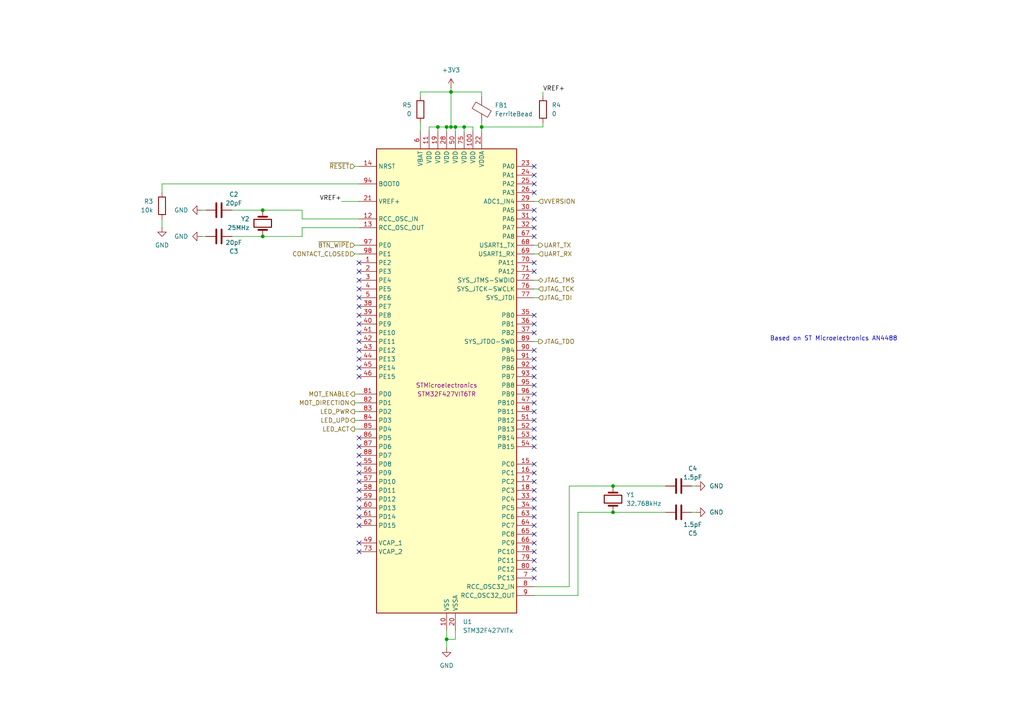
<source format=kicad_sch>
(kicad_sch (version 20250114) (generator "eeschema") (generator_version "9.0")
  (paper "A4")
  (title_block (title "iot-contact"))
  (lib_symbols
    (symbol "Device:C" (pin_numbers (hide yes)) (pin_names (offset 0.254))
      (property "Reference" "C" (at 0.635 2.54 0))
      (property "Value" "C" (at 0.635 -2.54 0))
      (symbol "C_0_1"
        (polyline (pts (xy -2.032 0.762) (xy 2.032 0.762)) (stroke (width 0.508)))
        (polyline (pts (xy -2.032 -0.762) (xy 2.032 -0.762)) (stroke (width 0.508)))
      )
      (symbol "C_1_1"
        (pin passive line (at 0 3.81 270) (length 2.794) (name "~") (number "1"))
        (pin passive line (at 0 -3.81 90) (length 2.794) (name "~") (number "2"))
      )
    )
    (symbol "Device:Crystal" (pin_numbers (hide yes)) (pin_names (offset 1.016) (hide yes))
      (property "Reference" "Y" (at 0 3.81 0))
      (property "Value" "Crystal" (at 0 -3.81 0))
      (symbol "Crystal_0_1"
        (polyline (pts (xy -2.54 0) (xy -1.905 0)))
        (polyline (pts (xy -1.905 -1.27) (xy -1.905 1.27)) (stroke (width 0.508)))
        (rectangle (start -1.143 2.54) (end 1.143 -2.54) (stroke (width 0.3048)))
        (polyline (pts (xy 1.905 -1.27) (xy 1.905 1.27)) (stroke (width 0.508)))
        (polyline (pts (xy 2.54 0) (xy 1.905 0)))
      )
      (symbol "Crystal_1_1"
        (pin passive line (at -3.81 0 0) (length 1.27) (name "1") (number "1"))
        (pin passive line (at 3.81 0 180) (length 1.27) (name "2") (number "2"))
      )
    )
    (symbol "Device:FerriteBead" (pin_numbers (hide yes)) (pin_names (offset 0))
      (property "Reference" "FB" (at -3.81 0.635 90))
      (property "Value" "FerriteBead" (at 3.81 0 90))
      (symbol "FerriteBead_0_1"
        (polyline (pts (xy -2.7686 0.4064) (xy -1.7018 2.2606) (xy 2.7686 -0.3048) (xy 1.6764 -2.159) (xy -2.7686 0.4064)))
        (polyline (pts (xy 0 1.27) (xy 0 1.2954)))
        (polyline (pts (xy 0 -1.27) (xy 0 -1.2192)))
      )
      (symbol "FerriteBead_1_1"
        (pin passive line (at 0 3.81 270) (length 2.54) (name "~") (number "1"))
        (pin passive line (at 0 -3.81 90) (length 2.54) (name "~") (number "2"))
      )
    )
    (symbol "Device:R" (pin_numbers (hide yes)) (pin_names (offset 0))
      (property "Reference" "R" (at 2.032 0 90))
      (property "Value" "R" (at 0 0 90))
      (symbol "R_0_1"
        (rectangle (start -1.016 -2.54) (end 1.016 2.54) (stroke (width 0.254)))
      )
      (symbol "R_1_1"
        (pin passive line (at 0 3.81 270) (length 1.27) (name "~") (number "1"))
        (pin passive line (at 0 -3.81 90) (length 1.27) (name "~") (number "2"))
      )
    )
    (symbol "MCU_ST_STM32F4:STM32F427VITx"
      (property "Reference" "U" (at -20.32 69.85 0))
      (property "Value" "STM32F427VITx" (at 12.7 69.85 0))
      (symbol "STM32F427VITx_0_1"
        (rectangle (start -20.32 -66.04) (end 20.32 68.58) (stroke (width 0.254)) (fill (type background)))
      )
      (symbol "STM32F427VITx_1_1"
        (pin input line (at -25.4 63.5 0) (length 5.08) (name "NRST") (number "14"))
        (pin input line (at -25.4 58.42 0) (length 5.08) (name "BOOT0") (number "94"))
        (pin input line (at -25.4 53.34 0) (length 5.08) (name "VREF+") (number "21"))
        (pin bidirectional line (at -25.4 48.26 0) (length 5.08) (name "PH0") (number "12") (alternate "RCC_OSC_IN" bidirectional line))
        (pin bidirectional line (at -25.4 45.72 0) (length 5.08) (name "PH1") (number "13") (alternate "RCC_OSC_OUT" bidirectional line))
        (pin bidirectional line (at -25.4 40.64 0) (length 5.08) (name "PE0") (number "97"))
        (pin bidirectional line (at -25.4 38.1 0) (length 5.08) (name "PE1") (number "98"))
        (pin bidirectional line (at -25.4 35.56 0) (length 5.08) (name "PE2") (number "1"))
        (pin bidirectional line (at -25.4 33.02 0) (length 5.08) (name "PE3") (number "2"))
        (pin bidirectional line (at -25.4 30.48 0) (length 5.08) (name "PE4") (number "3"))
        (pin bidirectional line (at -25.4 27.94 0) (length 5.08) (name "PE5") (number "4"))
        (pin bidirectional line (at -25.4 25.4 0) (length 5.08) (name "PE6") (number "5"))
        (pin bidirectional line (at -25.4 22.86 0) (length 5.08) (name "PE7") (number "38"))
        (pin bidirectional line (at -25.4 20.32 0) (length 5.08) (name "PE8") (number "39"))
        (pin bidirectional line (at -25.4 17.78 0) (length 5.08) (name "PE9") (number "40"))
        (pin bidirectional line (at -25.4 15.24 0) (length 5.08) (name "PE10") (number "41"))
        (pin bidirectional line (at -25.4 12.7 0) (length 5.08) (name "PE11") (number "42"))
        (pin bidirectional line (at -25.4 10.16 0) (length 5.08) (name "PE12") (number "43"))
        (pin bidirectional line (at -25.4 7.62 0) (length 5.08) (name "PE13") (number "44"))
        (pin bidirectional line (at -25.4 5.08 0) (length 5.08) (name "PE14") (number "45"))
        (pin bidirectional line (at -25.4 2.54 0) (length 5.08) (name "PE15") (number "46"))
        (pin bidirectional line (at -25.4 -2.54 0) (length 5.08) (name "PD0") (number "81"))
        (pin bidirectional line (at -25.4 -5.08 0) (length 5.08) (name "PD1") (number "82"))
        (pin bidirectional line (at -25.4 -7.62 0) (length 5.08) (name "PD2") (number "83"))
        (pin bidirectional line (at -25.4 -10.16 0) (length 5.08) (name "PD3") (number "84"))
        (pin bidirectional line (at -25.4 -12.7 0) (length 5.08) (name "PD4") (number "85"))
        (pin bidirectional line (at -25.4 -15.24 0) (length 5.08) (name "PD5") (number "86"))
        (pin bidirectional line (at -25.4 -17.78 0) (length 5.08) (name "PD6") (number "87"))
        (pin bidirectional line (at -25.4 -20.32 0) (length 5.08) (name "PD7") (number "88"))
        (pin bidirectional line (at -25.4 -22.86 0) (length 5.08) (name "PD8") (number "55"))
        (pin bidirectional line (at -25.4 -25.4 0) (length 5.08) (name "PD9") (number "56"))
        (pin bidirectional line (at -25.4 -27.94 0) (length 5.08) (name "PD10") (number "57"))
        (pin bidirectional line (at -25.4 -30.48 0) (length 5.08) (name "PD11") (number "58"))
        (pin bidirectional line (at -25.4 -33.02 0) (length 5.08) (name "PD12") (number "59"))
        (pin bidirectional line (at -25.4 -35.56 0) (length 5.08) (name "PD13") (number "60"))
        (pin bidirectional line (at -25.4 -38.1 0) (length 5.08) (name "PD14") (number "61"))
        (pin bidirectional line (at -25.4 -40.64 0) (length 5.08) (name "PD15") (number "62"))
        (pin power_out line (at -25.4 -45.72 0) (length 5.08) (name "VCAP_1") (number "49"))
        (pin power_out line (at -25.4 -48.26 0) (length 5.08) (name "VCAP_2") (number "73"))
        (pin power_in line (at -7.62 73.66 270) (length 5.08) (name "VBAT") (number "6"))
        (pin power_in line (at -5.08 73.66 270) (length 5.08) (name "VDD") (number "11"))
        (pin power_in line (at -2.54 73.66 270) (length 5.08) (name "VDD") (number "19"))
        (pin power_in line (at 0 73.66 270) (length 5.08) (name "VDD") (number "28"))
        (pin power_in line (at 0 -71.12 90) (length 5.08) (name "VSS") (number "10"))
        (pin passive line (at 0 -71.12 90) (length 5.08) (hide yes) (name "VSS") (number "27"))
        (pin passive line (at 0 -71.12 90) (length 5.08) (hide yes) (name "VSS") (number "74"))
        (pin passive line (at 0 -71.12 90) (length 5.08) (hide yes) (name "VSS") (number "99"))
        (pin power_in line (at 2.54 73.66 270) (length 5.08) (name "VDD") (number "50"))
        (pin power_in line (at 2.54 -71.12 90) (length 5.08) (name "VSSA") (number "20"))
        (pin power_in line (at 5.08 73.66 270) (length 5.08) (name "VDD") (number "75"))
        (pin power_in line (at 7.62 73.66 270) (length 5.08) (name "VDD") (number "100"))
        (pin power_in line (at 10.16 73.66 270) (length 5.08) (name "VDDA") (number "22"))
        (pin bidirectional line (at 25.4 63.5 180) (length 5.08) (name "PA0") (number "23"))
        (pin bidirectional line (at 25.4 60.96 180) (length 5.08) (name "PA1") (number "24"))
        (pin bidirectional line (at 25.4 58.42 180) (length 5.08) (name "PA2") (number "25"))
        (pin bidirectional line (at 25.4 55.88 180) (length 5.08) (name "PA3") (number "26"))
        (pin bidirectional line (at 25.4 53.34 180) (length 5.08) (name "PA4") (number "29") (alternate "ADC1_IN4" bidirectional line))
        (pin bidirectional line (at 25.4 50.8 180) (length 5.08) (name "PA5") (number "30"))
        (pin bidirectional line (at 25.4 48.26 180) (length 5.08) (name "PA6") (number "31"))
        (pin bidirectional line (at 25.4 45.72 180) (length 5.08) (name "PA7") (number "32"))
        (pin bidirectional line (at 25.4 43.18 180) (length 5.08) (name "PA8") (number "67"))
        (pin bidirectional line (at 25.4 40.64 180) (length 5.08) (name "PA9") (number "68") (alternate "USART1_TX" bidirectional line))
        (pin bidirectional line (at 25.4 38.1 180) (length 5.08) (name "PA10") (number "69") (alternate "USART1_RX" bidirectional line))
        (pin bidirectional line (at 25.4 35.56 180) (length 5.08) (name "PA11") (number "70"))
        (pin bidirectional line (at 25.4 33.02 180) (length 5.08) (name "PA12") (number "71"))
        (pin bidirectional line (at 25.4 30.48 180) (length 5.08) (name "PA13") (number "72") (alternate "SYS_JTMS-SWDIO" bidirectional line))
        (pin bidirectional line (at 25.4 27.94 180) (length 5.08) (name "PA14") (number "76") (alternate "SYS_JTCK-SWCLK" bidirectional line))
        (pin bidirectional line (at 25.4 25.4 180) (length 5.08) (name "PA15") (number "77") (alternate "SYS_JTDI" bidirectional line))
        (pin bidirectional line (at 25.4 20.32 180) (length 5.08) (name "PB0") (number "35"))
        (pin bidirectional line (at 25.4 17.78 180) (length 5.08) (name "PB1") (number "36"))
        (pin bidirectional line (at 25.4 15.24 180) (length 5.08) (name "PB2") (number "37"))
        (pin bidirectional line (at 25.4 12.7 180) (length 5.08) (name "PB3") (number "89") (alternate "SYS_JTDO-SWO" bidirectional line))
        (pin bidirectional line (at 25.4 10.16 180) (length 5.08) (name "PB4") (number "90"))
        (pin bidirectional line (at 25.4 7.62 180) (length 5.08) (name "PB5") (number "91"))
        (pin bidirectional line (at 25.4 5.08 180) (length 5.08) (name "PB6") (number "92") (alternate "USART1_TX" bidirectional line))
        (pin bidirectional line (at 25.4 2.54 180) (length 5.08) (name "PB7") (number "93") (alternate "USART1_RX" bidirectional line))
        (pin bidirectional line (at 25.4 0 180) (length 5.08) (name "PB8") (number "95"))
        (pin bidirectional line (at 25.4 -2.54 180) (length 5.08) (name "PB9") (number "96"))
        (pin bidirectional line (at 25.4 -5.08 180) (length 5.08) (name "PB10") (number "47"))
        (pin bidirectional line (at 25.4 -7.62 180) (length 5.08) (name "PB11") (number "48"))
        (pin bidirectional line (at 25.4 -10.16 180) (length 5.08) (name "PB12") (number "51"))
        (pin bidirectional line (at 25.4 -12.7 180) (length 5.08) (name "PB13") (number "52"))
        (pin bidirectional line (at 25.4 -15.24 180) (length 5.08) (name "PB14") (number "53"))
        (pin bidirectional line (at 25.4 -17.78 180) (length 5.08) (name "PB15") (number "54"))
        (pin bidirectional line (at 25.4 -22.86 180) (length 5.08) (name "PC0") (number "15"))
        (pin bidirectional line (at 25.4 -25.4 180) (length 5.08) (name "PC1") (number "16"))
        (pin bidirectional line (at 25.4 -27.94 180) (length 5.08) (name "PC2") (number "17"))
        (pin bidirectional line (at 25.4 -30.48 180) (length 5.08) (name "PC3") (number "18"))
        (pin bidirectional line (at 25.4 -33.02 180) (length 5.08) (name "PC4") (number "33"))
        (pin bidirectional line (at 25.4 -35.56 180) (length 5.08) (name "PC5") (number "34"))
        (pin bidirectional line (at 25.4 -38.1 180) (length 5.08) (name "PC6") (number "63"))
        (pin bidirectional line (at 25.4 -40.64 180) (length 5.08) (name "PC7") (number "64"))
        (pin bidirectional line (at 25.4 -43.18 180) (length 5.08) (name "PC8") (number "65"))
        (pin bidirectional line (at 25.4 -45.72 180) (length 5.08) (name "PC9") (number "66"))
        (pin bidirectional line (at 25.4 -48.26 180) (length 5.08) (name "PC10") (number "78"))
        (pin bidirectional line (at 25.4 -50.8 180) (length 5.08) (name "PC11") (number "79"))
        (pin bidirectional line (at 25.4 -53.34 180) (length 5.08) (name "PC12") (number "80"))
        (pin bidirectional line (at 25.4 -55.88 180) (length 5.08) (name "PC13") (number "7"))
        (pin bidirectional line (at 25.4 -58.42 180) (length 5.08) (name "PC14") (number "8") (alternate "RCC_OSC32_IN" bidirectional line))
        (pin bidirectional line (at 25.4 -60.96 180) (length 5.08) (name "PC15") (number "9") (alternate "RCC_OSC32_OUT" bidirectional line))
      )
    )
    (symbol "power:+3V3" (power) (pin_numbers (hide yes)) (pin_names (offset 0) (hide yes))
      (property "Value" "+3V3" (at 0 3.556 0))
      (symbol "+3V3_0_1"
        (polyline (pts (xy -0.762 1.27) (xy 0 2.54)))
        (polyline (pts (xy 0 2.54) (xy 0.762 1.27)))
        (polyline (pts (xy 0 0) (xy 0 2.54)))
      )
      (symbol "+3V3_1_1"
        (pin power_in line (at 0 0 90) (length 0) (name "~") (number "1"))
      )
    )
    (symbol "power:GND" (power) (pin_numbers (hide yes)) (pin_names (offset 0) (hide yes))
      (property "Value" "GND" (at 0 -3.81 0))
      (symbol "GND_0_1"
        (polyline (pts (xy 0 0) (xy 0 -1.27) (xy 1.27 -1.27) (xy 0 -2.54) (xy -1.27 -1.27) (xy 0 -1.27)))
      )
      (symbol "GND_1_1"
        (pin power_in line (at 0 0 270) (length 0) (name "~") (number "1"))
      )
    )
  )
  (text "Based on ST Microelectronics AN4488" (at 241.808 98.298 0) (effects (font (size 1.27 1.27))))
  (junction (at 130.81 26.67))
  (junction (at 129.54 185.42))
  (junction (at 132.08 36.83))
  (junction (at 76.2 68.58))
  (junction (at 177.8 140.97))
  (junction (at 139.7 36.83))
  (junction (at 177.8 148.59))
  (junction (at 129.54 36.83))
  (junction (at 130.81 36.83))
  (junction (at 127 36.83))
  (junction (at 134.62 36.83))
  (junction (at 76.2 60.96))
  (no_connect (at 154.94 149.86))
  (no_connect (at 154.94 147.32))
  (no_connect (at 104.14 88.9))
  (no_connect (at 104.14 152.4))
  (no_connect (at 154.94 114.3))
  (no_connect (at 154.94 109.22))
  (no_connect (at 154.94 142.24))
  (no_connect (at 104.14 160.02))
  (no_connect (at 154.94 167.64))
  (no_connect (at 104.14 149.86))
  (no_connect (at 104.14 132.08))
  (no_connect (at 154.94 144.78))
  (no_connect (at 104.14 142.24))
  (no_connect (at 154.94 139.7))
  (no_connect (at 154.94 127))
  (no_connect (at 104.14 101.6))
  (no_connect (at 154.94 76.2))
  (no_connect (at 154.94 96.52))
  (no_connect (at 154.94 119.38))
  (no_connect (at 104.14 91.44))
  (no_connect (at 154.94 129.54))
  (no_connect (at 104.14 144.78))
  (no_connect (at 154.94 55.88))
  (no_connect (at 104.14 137.16))
  (no_connect (at 104.14 81.28))
  (no_connect (at 104.14 139.7))
  (no_connect (at 104.14 109.22))
  (no_connect (at 154.94 78.74))
  (no_connect (at 154.94 66.04))
  (no_connect (at 154.94 91.44))
  (no_connect (at 104.14 134.62))
  (no_connect (at 154.94 134.62))
  (no_connect (at 104.14 76.2))
  (no_connect (at 104.14 157.48))
  (no_connect (at 154.94 106.68))
  (no_connect (at 154.94 162.56))
  (no_connect (at 104.14 93.98))
  (no_connect (at 154.94 157.48))
  (no_connect (at 154.94 93.98))
  (no_connect (at 154.94 60.96))
  (no_connect (at 154.94 104.14))
  (no_connect (at 154.94 101.6))
  (no_connect (at 154.94 124.46))
  (no_connect (at 154.94 121.92))
  (no_connect (at 104.14 147.32))
  (no_connect (at 154.94 50.8))
  (no_connect (at 154.94 63.5))
  (no_connect (at 104.14 86.36))
  (no_connect (at 104.14 83.82))
  (no_connect (at 104.14 104.14))
  (no_connect (at 154.94 160.02))
  (no_connect (at 154.94 68.58))
  (no_connect (at 154.94 154.94))
  (no_connect (at 154.94 48.26))
  (no_connect (at 154.94 111.76))
  (no_connect (at 154.94 137.16))
  (no_connect (at 154.94 165.1))
  (no_connect (at 104.14 127))
  (no_connect (at 104.14 129.54))
  (no_connect (at 104.14 78.74))
  (no_connect (at 104.14 106.68))
  (no_connect (at 104.14 96.52))
  (no_connect (at 154.94 152.4))
  (no_connect (at 154.94 116.84))
  (no_connect (at 154.94 53.34))
  (no_connect (at 104.14 99.06))
  (wire (pts (xy 134.62 38.1) (xy 134.62 36.83)))
  (wire (pts (xy 46.99 63.5) (xy 46.99 66.04)))
  (wire (pts (xy 127 36.83) (xy 127 38.1)))
  (wire (pts (xy 137.16 36.83) (xy 134.62 36.83)))
  (wire (pts (xy 132.08 182.88) (xy 132.08 185.42)))
  (wire (pts (xy 167.64 148.59) (xy 167.64 172.72)))
  (wire (pts (xy 167.64 172.72) (xy 154.94 172.72)))
  (wire (pts (xy 157.48 36.83) (xy 139.7 36.83)))
  (wire (pts (xy 165.1 170.18) (xy 165.1 140.97)))
  (wire (pts (xy 58.42 68.58) (xy 59.69 68.58)))
  (wire (pts (xy 137.16 38.1) (xy 137.16 36.83)))
  (wire (pts (xy 154.94 99.06) (xy 156.21 99.06)))
  (wire (pts (xy 87.63 68.58) (xy 76.2 68.58)))
  (wire (pts (xy 200.66 148.59) (xy 201.93 148.59)))
  (wire (pts (xy 99.06 58.42) (xy 104.14 58.42)))
  (wire (pts (xy 154.94 73.66) (xy 156.21 73.66)))
  (wire (pts (xy 87.63 66.04) (xy 87.63 68.58)))
  (wire (pts (xy 139.7 36.83) (xy 139.7 38.1)))
  (wire (pts (xy 177.8 140.97) (xy 193.04 140.97)))
  (wire (pts (xy 130.81 26.67) (xy 130.81 25.4)))
  (wire (pts (xy 129.54 38.1) (xy 129.54 36.83)))
  (wire (pts (xy 102.87 48.26) (xy 104.14 48.26)))
  (wire (pts (xy 124.46 36.83) (xy 124.46 38.1)))
  (wire (pts (xy 67.31 68.58) (xy 76.2 68.58)))
  (wire (pts (xy 58.42 60.96) (xy 59.69 60.96)))
  (wire (pts (xy 104.14 66.04) (xy 87.63 66.04)))
  (wire (pts (xy 139.7 27.94) (xy 139.7 26.67)))
  (wire (pts (xy 102.87 73.66) (xy 104.14 73.66)))
  (wire (pts (xy 157.48 26.67) (xy 157.48 27.94)))
  (wire (pts (xy 129.54 36.83) (xy 130.81 36.83)))
  (wire (pts (xy 130.81 36.83) (xy 132.08 36.83)))
  (wire (pts (xy 139.7 35.56) (xy 139.7 36.83)))
  (wire (pts (xy 132.08 36.83) (xy 132.08 38.1)))
  (wire (pts (xy 154.94 170.18) (xy 165.1 170.18)))
  (wire (pts (xy 157.48 35.56) (xy 157.48 36.83)))
  (wire (pts (xy 154.94 86.36) (xy 156.21 86.36)))
  (wire (pts (xy 127 36.83) (xy 124.46 36.83)))
  (wire (pts (xy 102.87 121.92) (xy 104.14 121.92)))
  (wire (pts (xy 154.94 81.28) (xy 156.21 81.28)))
  (wire (pts (xy 67.31 60.96) (xy 76.2 60.96)))
  (wire (pts (xy 102.87 124.46) (xy 104.14 124.46)))
  (wire (pts (xy 134.62 36.83) (xy 132.08 36.83)))
  (wire (pts (xy 200.66 140.97) (xy 201.93 140.97)))
  (wire (pts (xy 102.87 114.3) (xy 104.14 114.3)))
  (wire (pts (xy 121.92 27.94) (xy 121.92 26.67)))
  (wire (pts (xy 139.7 26.67) (xy 130.81 26.67)))
  (wire (pts (xy 46.99 55.88) (xy 46.99 53.34)))
  (wire (pts (xy 121.92 26.67) (xy 130.81 26.67)))
  (wire (pts (xy 104.14 63.5) (xy 87.63 63.5)))
  (wire (pts (xy 165.1 140.97) (xy 177.8 140.97)))
  (wire (pts (xy 46.99 53.34) (xy 104.14 53.34)))
  (wire (pts (xy 129.54 185.42) (xy 129.54 187.96)))
  (wire (pts (xy 129.54 182.88) (xy 129.54 185.42)))
  (wire (pts (xy 87.63 63.5) (xy 87.63 60.96)))
  (wire (pts (xy 177.8 148.59) (xy 193.04 148.59)))
  (wire (pts (xy 154.94 58.42) (xy 156.21 58.42)))
  (wire (pts (xy 130.81 36.83) (xy 130.81 26.67)))
  (wire (pts (xy 154.94 83.82) (xy 156.21 83.82)))
  (wire (pts (xy 102.87 71.12) (xy 104.14 71.12)))
  (wire (pts (xy 154.94 71.12) (xy 156.21 71.12)))
  (wire (pts (xy 121.92 35.56) (xy 121.92 38.1)))
  (wire (pts (xy 87.63 60.96) (xy 76.2 60.96)))
  (wire (pts (xy 129.54 36.83) (xy 127 36.83)))
  (wire (pts (xy 177.8 148.59) (xy 167.64 148.59)))
  (wire (pts (xy 102.87 116.84) (xy 104.14 116.84)))
  (wire (pts (xy 132.08 185.42) (xy 129.54 185.42)))
  (wire (pts (xy 102.87 119.38) (xy 104.14 119.38)))
  (label "VREF+" (at 157.48 26.67 0))
  (label "VREF+" (at 99.06 58.42 180))
  (hierarchical_label "~{RESET}" (shape input) (at 102.87 48.26 180))
  (hierarchical_label "MOT_ENABLE" (shape output) (at 102.87 114.3 180))
  (hierarchical_label "UART_TX" (shape output) (at 156.21 71.12 0))
  (hierarchical_label "LED_UPD" (shape output) (at 102.87 121.92 180))
  (hierarchical_label "JTAG_TMS" (shape bidirectional) (at 156.21 81.28 0))
  (hierarchical_label "~{BTN_WIPE}" (shape input) (at 102.87 71.12 180))
  (hierarchical_label "JTAG_TDI" (shape input) (at 156.21 86.36 0))
  (hierarchical_label "LED_PWR" (shape output) (at 102.87 119.38 180))
  (hierarchical_label "LED_ACT" (shape output) (at 102.87 124.46 180))
  (hierarchical_label "MOT_DIRECTION" (shape output) (at 102.87 116.84 180))
  (hierarchical_label "JTAG_TCK" (shape input) (at 156.21 83.82 0))
  (hierarchical_label "VVERSION" (shape input) (at 156.21 58.42 0))
  (hierarchical_label "JTAG_TDO" (shape output) (at 156.21 99.06 0))
  (hierarchical_label "UART_RX" (shape input) (at 156.21 73.66 0))
  (hierarchical_label "CONTACT_CLOSED" (shape input) (at 102.87 73.66 180))
  (symbol (lib_id "Device:C") (at 63.5 60.96 90) (unit 1)
    (property "Reference" "C2" (at 67.818 56.388 90))
    (property "Value" "20pF" (at 67.818 58.928 90))
    (property "Description" "Unpolarized capacitor" (effects (hide yes)))
  )
  (symbol (lib_id "Device:R") (at 46.99 59.69 0) (mirror y) (unit 1)
    (property "Reference" "R3" (at 44.45 58.4199 0) (effects (justify left)))
    (property "Value" "10k" (at 44.45 60.9599 0) (effects (justify left)))
    (property "Description" "Resistor" (effects (hide yes)))
  )
  (symbol (lib_id "power:GND") (at 58.42 68.58 270) (unit 1)
    (property "Reference" "#PWR016" (effects (hide yes)))
    (property "Value" "GND" (at 54.61 68.5799 90) (effects (justify right)))
    (property "Description" "Power symbol creates a global label with name \"GND\" , ground" (effects (hide yes)))
  )
  (symbol (lib_id "power:+3V3") (at 130.81 25.4 0) (unit 1)
    (property "Reference" "#PWR012" (effects (hide yes)))
    (property "Value" "+3V3" (at 130.81 20.32 0))
    (property "Description" "Power symbol creates a global label with name \"+3V3\"" (effects (hide yes)))
  )
  (symbol (lib_id "MCU_ST_STM32F4:STM32F427VITx") (at 129.54 111.76 0) (unit 1)
    (property "Reference" "U1" (at 134.2233 180.34 0) (effects (justify left)))
    (property "Value" "STM32F427VITx" (at 134.2233 182.88 0) (effects (justify left)))
    (property "Footprint" "Package_QFP:LQFP-100_14x14mm_P0.5mm" (effects (hide yes)))
    (property "Datasheet" "https://www.st.com/resource/en/datasheet/stm32f427vi.pdf" (effects (hide yes)))
    (property "Description" "STMicroelectronics Arm Cortex-M4 MCU, 2048KB flash, 256KB RAM, 180 MHz, 1.8-3.6V, 82 GPIO, LQFP100" (effects (hide yes)))
    (property "MPN" "STM32F427VIT6TR" (at 129.54 114.3 0))
    (property "Manufacturer" "STMicroelectronics" (at 129.54 111.76 0))
    (pin "9" (alternate "RCC_OSC32_OUT"))
    (pin "8" (alternate "RCC_OSC32_IN"))
    (pin "76" (alternate "SYS_JTCK-SWCLK"))
    (pin "77" (alternate "SYS_JTDI"))
    (pin "68" (alternate "USART1_TX"))
    (pin "72" (alternate "SYS_JTMS-SWDIO"))
    (pin "69" (alternate "USART1_RX"))
    (pin "12" (alternate "RCC_OSC_IN"))
    (pin "13" (alternate "RCC_OSC_OUT"))
    (pin "89" (alternate "SYS_JTDO-SWO"))
    (pin "29" (alternate "ADC1_IN4"))
  )
  (symbol (lib_id "Device:C") (at 196.85 140.97 90) (unit 1)
    (property "Reference" "C4" (at 200.914 135.89 90))
    (property "Value" "1.5pF" (at 200.914 138.43 90))
    (property "Description" "Unpolarized capacitor" (effects (hide yes)))
  )
  (symbol (lib_id "power:GND") (at 58.42 60.96 270) (unit 1)
    (property "Reference" "#PWR015" (effects (hide yes)))
    (property "Value" "GND" (at 54.61 60.9599 90) (effects (justify right)))
    (property "Description" "Power symbol creates a global label with name \"GND\" , ground" (effects (hide yes)))
  )
  (symbol (lib_id "Device:Crystal") (at 177.8 144.78 90) (unit 1)
    (property "Reference" "Y1" (at 181.61 143.5099 90) (effects (justify right)))
    (property "Value" "32.768kHz" (at 181.61 146.0499 90) (effects (justify right)))
    (property "Description" "Two pin crystal" (effects (hide yes)))
  )
  (symbol (lib_id "power:GND") (at 46.99 66.04 0) (unit 1)
    (property "Reference" "#PWR014" (effects (hide yes)))
    (property "Value" "GND" (at 46.99 71.12 0))
    (property "Description" "Power symbol creates a global label with name \"GND\" , ground" (effects (hide yes)))
  )
  (symbol (lib_id "Device:R") (at 121.92 31.75 0) (mirror y) (unit 1)
    (property "Reference" "R5" (at 119.38 30.4799 0) (effects (justify left)))
    (property "Value" "0" (at 119.38 33.0199 0) (effects (justify left)))
    (property "Description" "Resistor" (effects (hide yes)))
  )
  (symbol (lib_id "Device:C") (at 196.85 148.59 90) (mirror x) (unit 1)
    (property "Reference" "C5" (at 200.914 154.686 90))
    (property "Value" "1.5pF" (at 200.914 152.146 90))
    (property "Description" "Unpolarized capacitor" (effects (hide yes)))
  )
  (symbol (lib_id "Device:C") (at 63.5 68.58 90) (mirror x) (unit 1)
    (property "Reference" "C3" (at 67.818 72.898 90))
    (property "Value" "20pF" (at 67.818 70.358 90))
    (property "Description" "Unpolarized capacitor" (effects (hide yes)))
  )
  (symbol (lib_id "Device:FerriteBead") (at 139.7 31.75 180) (unit 1)
    (property "Reference" "FB1" (at 143.51 30.5307 0) (effects (justify right)))
    (property "Value" "FerriteBead" (at 143.51 33.0707 0) (effects (justify right)))
    (property "Description" "Ferrite bead" (effects (hide yes)))
  )
  (symbol (lib_id "Device:Crystal") (at 76.2 64.77 270) (mirror x) (unit 1)
    (property "Reference" "Y2" (at 72.39 63.4999 90) (effects (justify right)))
    (property "Value" "25MHz" (at 72.39 66.0399 90) (effects (justify right)))
    (property "Description" "Two pin crystal" (effects (hide yes)))
  )
  (symbol (lib_id "power:GND") (at 201.93 148.59 90) (unit 1)
    (property "Reference" "#PWR017" (effects (hide yes)))
    (property "Value" "GND" (at 205.74 148.5899 90) (effects (justify right)))
    (property "Description" "Power symbol creates a global label with name \"GND\" , ground" (effects (hide yes)))
  )
  (symbol (lib_id "power:GND") (at 129.54 187.96 0) (unit 1)
    (property "Reference" "#PWR011" (effects (hide yes)))
    (property "Value" "GND" (at 129.54 193.04 0))
    (property "Description" "Power symbol creates a global label with name \"GND\" , ground" (effects (hide yes)))
  )
  (symbol (lib_id "power:GND") (at 201.93 140.97 90) (unit 1)
    (property "Reference" "#PWR018" (effects (hide yes)))
    (property "Value" "GND" (at 205.74 140.9699 90) (effects (justify right)))
    (property "Description" "Power symbol creates a global label with name \"GND\" , ground" (effects (hide yes)))
  )
  (symbol (lib_id "Device:R") (at 157.48 31.75 0) (unit 1)
    (property "Reference" "R4" (at 160.02 30.4799 0) (effects (justify left)))
    (property "Value" "0" (at 160.02 33.0199 0) (effects (justify left)))
    (property "Description" "Resistor" (effects (hide yes)))
  )
)
</source>
